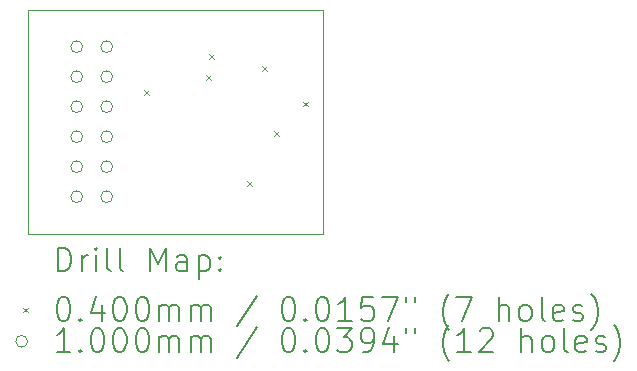
<source format=gbr>
%FSLAX45Y45*%
G04 Gerber Fmt 4.5, Leading zero omitted, Abs format (unit mm)*
G04 Created by KiCad (PCBNEW (6.0.5)) date 2024-07-06 21:04:16*
%MOMM*%
%LPD*%
G01*
G04 APERTURE LIST*
%TA.AperFunction,Profile*%
%ADD10C,0.100000*%
%TD*%
%ADD11C,0.200000*%
%ADD12C,0.040000*%
%ADD13C,0.100000*%
G04 APERTURE END LIST*
D10*
X13800000Y-9150000D02*
X16300000Y-9150000D01*
X16300000Y-9150000D02*
X16300000Y-11050000D01*
X16300000Y-11050000D02*
X13800000Y-11050000D01*
X13800000Y-11050000D02*
X13800000Y-9150000D01*
D11*
D12*
X14780000Y-9830000D02*
X14820000Y-9870000D01*
X14820000Y-9830000D02*
X14780000Y-9870000D01*
X15305000Y-9705000D02*
X15345000Y-9745000D01*
X15345000Y-9705000D02*
X15305000Y-9745000D01*
X15330000Y-9530000D02*
X15370000Y-9570000D01*
X15370000Y-9530000D02*
X15330000Y-9570000D01*
X15655000Y-10605000D02*
X15695000Y-10645000D01*
X15695000Y-10605000D02*
X15655000Y-10645000D01*
X15780000Y-9630000D02*
X15820000Y-9670000D01*
X15820000Y-9630000D02*
X15780000Y-9670000D01*
X15880000Y-10180000D02*
X15920000Y-10220000D01*
X15920000Y-10180000D02*
X15880000Y-10220000D01*
X16130000Y-9930000D02*
X16170000Y-9970000D01*
X16170000Y-9930000D02*
X16130000Y-9970000D01*
D13*
X14261000Y-9465000D02*
G75*
G03*
X14261000Y-9465000I-50000J0D01*
G01*
X14261000Y-9719000D02*
G75*
G03*
X14261000Y-9719000I-50000J0D01*
G01*
X14261000Y-9973000D02*
G75*
G03*
X14261000Y-9973000I-50000J0D01*
G01*
X14261000Y-10227000D02*
G75*
G03*
X14261000Y-10227000I-50000J0D01*
G01*
X14261000Y-10481000D02*
G75*
G03*
X14261000Y-10481000I-50000J0D01*
G01*
X14261000Y-10735000D02*
G75*
G03*
X14261000Y-10735000I-50000J0D01*
G01*
X14515000Y-9465000D02*
G75*
G03*
X14515000Y-9465000I-50000J0D01*
G01*
X14515000Y-9719000D02*
G75*
G03*
X14515000Y-9719000I-50000J0D01*
G01*
X14515000Y-9973000D02*
G75*
G03*
X14515000Y-9973000I-50000J0D01*
G01*
X14515000Y-10227000D02*
G75*
G03*
X14515000Y-10227000I-50000J0D01*
G01*
X14515000Y-10481000D02*
G75*
G03*
X14515000Y-10481000I-50000J0D01*
G01*
X14515000Y-10735000D02*
G75*
G03*
X14515000Y-10735000I-50000J0D01*
G01*
D11*
X14052619Y-11365476D02*
X14052619Y-11165476D01*
X14100238Y-11165476D01*
X14128809Y-11175000D01*
X14147857Y-11194048D01*
X14157381Y-11213095D01*
X14166905Y-11251190D01*
X14166905Y-11279762D01*
X14157381Y-11317857D01*
X14147857Y-11336905D01*
X14128809Y-11355952D01*
X14100238Y-11365476D01*
X14052619Y-11365476D01*
X14252619Y-11365476D02*
X14252619Y-11232143D01*
X14252619Y-11270238D02*
X14262143Y-11251190D01*
X14271667Y-11241667D01*
X14290714Y-11232143D01*
X14309762Y-11232143D01*
X14376428Y-11365476D02*
X14376428Y-11232143D01*
X14376428Y-11165476D02*
X14366905Y-11175000D01*
X14376428Y-11184524D01*
X14385952Y-11175000D01*
X14376428Y-11165476D01*
X14376428Y-11184524D01*
X14500238Y-11365476D02*
X14481190Y-11355952D01*
X14471667Y-11336905D01*
X14471667Y-11165476D01*
X14605000Y-11365476D02*
X14585952Y-11355952D01*
X14576428Y-11336905D01*
X14576428Y-11165476D01*
X14833571Y-11365476D02*
X14833571Y-11165476D01*
X14900238Y-11308333D01*
X14966905Y-11165476D01*
X14966905Y-11365476D01*
X15147857Y-11365476D02*
X15147857Y-11260714D01*
X15138333Y-11241667D01*
X15119286Y-11232143D01*
X15081190Y-11232143D01*
X15062143Y-11241667D01*
X15147857Y-11355952D02*
X15128809Y-11365476D01*
X15081190Y-11365476D01*
X15062143Y-11355952D01*
X15052619Y-11336905D01*
X15052619Y-11317857D01*
X15062143Y-11298809D01*
X15081190Y-11289286D01*
X15128809Y-11289286D01*
X15147857Y-11279762D01*
X15243095Y-11232143D02*
X15243095Y-11432143D01*
X15243095Y-11241667D02*
X15262143Y-11232143D01*
X15300238Y-11232143D01*
X15319286Y-11241667D01*
X15328809Y-11251190D01*
X15338333Y-11270238D01*
X15338333Y-11327381D01*
X15328809Y-11346428D01*
X15319286Y-11355952D01*
X15300238Y-11365476D01*
X15262143Y-11365476D01*
X15243095Y-11355952D01*
X15424048Y-11346428D02*
X15433571Y-11355952D01*
X15424048Y-11365476D01*
X15414524Y-11355952D01*
X15424048Y-11346428D01*
X15424048Y-11365476D01*
X15424048Y-11241667D02*
X15433571Y-11251190D01*
X15424048Y-11260714D01*
X15414524Y-11251190D01*
X15424048Y-11241667D01*
X15424048Y-11260714D01*
D12*
X13755000Y-11675000D02*
X13795000Y-11715000D01*
X13795000Y-11675000D02*
X13755000Y-11715000D01*
D11*
X14090714Y-11585476D02*
X14109762Y-11585476D01*
X14128809Y-11595000D01*
X14138333Y-11604524D01*
X14147857Y-11623571D01*
X14157381Y-11661667D01*
X14157381Y-11709286D01*
X14147857Y-11747381D01*
X14138333Y-11766428D01*
X14128809Y-11775952D01*
X14109762Y-11785476D01*
X14090714Y-11785476D01*
X14071667Y-11775952D01*
X14062143Y-11766428D01*
X14052619Y-11747381D01*
X14043095Y-11709286D01*
X14043095Y-11661667D01*
X14052619Y-11623571D01*
X14062143Y-11604524D01*
X14071667Y-11595000D01*
X14090714Y-11585476D01*
X14243095Y-11766428D02*
X14252619Y-11775952D01*
X14243095Y-11785476D01*
X14233571Y-11775952D01*
X14243095Y-11766428D01*
X14243095Y-11785476D01*
X14424048Y-11652143D02*
X14424048Y-11785476D01*
X14376428Y-11575952D02*
X14328809Y-11718809D01*
X14452619Y-11718809D01*
X14566905Y-11585476D02*
X14585952Y-11585476D01*
X14605000Y-11595000D01*
X14614524Y-11604524D01*
X14624048Y-11623571D01*
X14633571Y-11661667D01*
X14633571Y-11709286D01*
X14624048Y-11747381D01*
X14614524Y-11766428D01*
X14605000Y-11775952D01*
X14585952Y-11785476D01*
X14566905Y-11785476D01*
X14547857Y-11775952D01*
X14538333Y-11766428D01*
X14528809Y-11747381D01*
X14519286Y-11709286D01*
X14519286Y-11661667D01*
X14528809Y-11623571D01*
X14538333Y-11604524D01*
X14547857Y-11595000D01*
X14566905Y-11585476D01*
X14757381Y-11585476D02*
X14776428Y-11585476D01*
X14795476Y-11595000D01*
X14805000Y-11604524D01*
X14814524Y-11623571D01*
X14824048Y-11661667D01*
X14824048Y-11709286D01*
X14814524Y-11747381D01*
X14805000Y-11766428D01*
X14795476Y-11775952D01*
X14776428Y-11785476D01*
X14757381Y-11785476D01*
X14738333Y-11775952D01*
X14728809Y-11766428D01*
X14719286Y-11747381D01*
X14709762Y-11709286D01*
X14709762Y-11661667D01*
X14719286Y-11623571D01*
X14728809Y-11604524D01*
X14738333Y-11595000D01*
X14757381Y-11585476D01*
X14909762Y-11785476D02*
X14909762Y-11652143D01*
X14909762Y-11671190D02*
X14919286Y-11661667D01*
X14938333Y-11652143D01*
X14966905Y-11652143D01*
X14985952Y-11661667D01*
X14995476Y-11680714D01*
X14995476Y-11785476D01*
X14995476Y-11680714D02*
X15005000Y-11661667D01*
X15024048Y-11652143D01*
X15052619Y-11652143D01*
X15071667Y-11661667D01*
X15081190Y-11680714D01*
X15081190Y-11785476D01*
X15176428Y-11785476D02*
X15176428Y-11652143D01*
X15176428Y-11671190D02*
X15185952Y-11661667D01*
X15205000Y-11652143D01*
X15233571Y-11652143D01*
X15252619Y-11661667D01*
X15262143Y-11680714D01*
X15262143Y-11785476D01*
X15262143Y-11680714D02*
X15271667Y-11661667D01*
X15290714Y-11652143D01*
X15319286Y-11652143D01*
X15338333Y-11661667D01*
X15347857Y-11680714D01*
X15347857Y-11785476D01*
X15738333Y-11575952D02*
X15566905Y-11833095D01*
X15995476Y-11585476D02*
X16014524Y-11585476D01*
X16033571Y-11595000D01*
X16043095Y-11604524D01*
X16052619Y-11623571D01*
X16062143Y-11661667D01*
X16062143Y-11709286D01*
X16052619Y-11747381D01*
X16043095Y-11766428D01*
X16033571Y-11775952D01*
X16014524Y-11785476D01*
X15995476Y-11785476D01*
X15976428Y-11775952D01*
X15966905Y-11766428D01*
X15957381Y-11747381D01*
X15947857Y-11709286D01*
X15947857Y-11661667D01*
X15957381Y-11623571D01*
X15966905Y-11604524D01*
X15976428Y-11595000D01*
X15995476Y-11585476D01*
X16147857Y-11766428D02*
X16157381Y-11775952D01*
X16147857Y-11785476D01*
X16138333Y-11775952D01*
X16147857Y-11766428D01*
X16147857Y-11785476D01*
X16281190Y-11585476D02*
X16300238Y-11585476D01*
X16319286Y-11595000D01*
X16328809Y-11604524D01*
X16338333Y-11623571D01*
X16347857Y-11661667D01*
X16347857Y-11709286D01*
X16338333Y-11747381D01*
X16328809Y-11766428D01*
X16319286Y-11775952D01*
X16300238Y-11785476D01*
X16281190Y-11785476D01*
X16262143Y-11775952D01*
X16252619Y-11766428D01*
X16243095Y-11747381D01*
X16233571Y-11709286D01*
X16233571Y-11661667D01*
X16243095Y-11623571D01*
X16252619Y-11604524D01*
X16262143Y-11595000D01*
X16281190Y-11585476D01*
X16538333Y-11785476D02*
X16424048Y-11785476D01*
X16481190Y-11785476D02*
X16481190Y-11585476D01*
X16462143Y-11614048D01*
X16443095Y-11633095D01*
X16424048Y-11642619D01*
X16719286Y-11585476D02*
X16624048Y-11585476D01*
X16614524Y-11680714D01*
X16624048Y-11671190D01*
X16643095Y-11661667D01*
X16690714Y-11661667D01*
X16709762Y-11671190D01*
X16719286Y-11680714D01*
X16728809Y-11699762D01*
X16728809Y-11747381D01*
X16719286Y-11766428D01*
X16709762Y-11775952D01*
X16690714Y-11785476D01*
X16643095Y-11785476D01*
X16624048Y-11775952D01*
X16614524Y-11766428D01*
X16795476Y-11585476D02*
X16928810Y-11585476D01*
X16843095Y-11785476D01*
X16995476Y-11585476D02*
X16995476Y-11623571D01*
X17071667Y-11585476D02*
X17071667Y-11623571D01*
X17366905Y-11861667D02*
X17357381Y-11852143D01*
X17338333Y-11823571D01*
X17328810Y-11804524D01*
X17319286Y-11775952D01*
X17309762Y-11728333D01*
X17309762Y-11690238D01*
X17319286Y-11642619D01*
X17328810Y-11614048D01*
X17338333Y-11595000D01*
X17357381Y-11566428D01*
X17366905Y-11556905D01*
X17424048Y-11585476D02*
X17557381Y-11585476D01*
X17471667Y-11785476D01*
X17785952Y-11785476D02*
X17785952Y-11585476D01*
X17871667Y-11785476D02*
X17871667Y-11680714D01*
X17862143Y-11661667D01*
X17843095Y-11652143D01*
X17814524Y-11652143D01*
X17795476Y-11661667D01*
X17785952Y-11671190D01*
X17995476Y-11785476D02*
X17976429Y-11775952D01*
X17966905Y-11766428D01*
X17957381Y-11747381D01*
X17957381Y-11690238D01*
X17966905Y-11671190D01*
X17976429Y-11661667D01*
X17995476Y-11652143D01*
X18024048Y-11652143D01*
X18043095Y-11661667D01*
X18052619Y-11671190D01*
X18062143Y-11690238D01*
X18062143Y-11747381D01*
X18052619Y-11766428D01*
X18043095Y-11775952D01*
X18024048Y-11785476D01*
X17995476Y-11785476D01*
X18176429Y-11785476D02*
X18157381Y-11775952D01*
X18147857Y-11756905D01*
X18147857Y-11585476D01*
X18328810Y-11775952D02*
X18309762Y-11785476D01*
X18271667Y-11785476D01*
X18252619Y-11775952D01*
X18243095Y-11756905D01*
X18243095Y-11680714D01*
X18252619Y-11661667D01*
X18271667Y-11652143D01*
X18309762Y-11652143D01*
X18328810Y-11661667D01*
X18338333Y-11680714D01*
X18338333Y-11699762D01*
X18243095Y-11718809D01*
X18414524Y-11775952D02*
X18433571Y-11785476D01*
X18471667Y-11785476D01*
X18490714Y-11775952D01*
X18500238Y-11756905D01*
X18500238Y-11747381D01*
X18490714Y-11728333D01*
X18471667Y-11718809D01*
X18443095Y-11718809D01*
X18424048Y-11709286D01*
X18414524Y-11690238D01*
X18414524Y-11680714D01*
X18424048Y-11661667D01*
X18443095Y-11652143D01*
X18471667Y-11652143D01*
X18490714Y-11661667D01*
X18566905Y-11861667D02*
X18576429Y-11852143D01*
X18595476Y-11823571D01*
X18605000Y-11804524D01*
X18614524Y-11775952D01*
X18624048Y-11728333D01*
X18624048Y-11690238D01*
X18614524Y-11642619D01*
X18605000Y-11614048D01*
X18595476Y-11595000D01*
X18576429Y-11566428D01*
X18566905Y-11556905D01*
D13*
X13795000Y-11959000D02*
G75*
G03*
X13795000Y-11959000I-50000J0D01*
G01*
D11*
X14157381Y-12049476D02*
X14043095Y-12049476D01*
X14100238Y-12049476D02*
X14100238Y-11849476D01*
X14081190Y-11878048D01*
X14062143Y-11897095D01*
X14043095Y-11906619D01*
X14243095Y-12030428D02*
X14252619Y-12039952D01*
X14243095Y-12049476D01*
X14233571Y-12039952D01*
X14243095Y-12030428D01*
X14243095Y-12049476D01*
X14376428Y-11849476D02*
X14395476Y-11849476D01*
X14414524Y-11859000D01*
X14424048Y-11868524D01*
X14433571Y-11887571D01*
X14443095Y-11925667D01*
X14443095Y-11973286D01*
X14433571Y-12011381D01*
X14424048Y-12030428D01*
X14414524Y-12039952D01*
X14395476Y-12049476D01*
X14376428Y-12049476D01*
X14357381Y-12039952D01*
X14347857Y-12030428D01*
X14338333Y-12011381D01*
X14328809Y-11973286D01*
X14328809Y-11925667D01*
X14338333Y-11887571D01*
X14347857Y-11868524D01*
X14357381Y-11859000D01*
X14376428Y-11849476D01*
X14566905Y-11849476D02*
X14585952Y-11849476D01*
X14605000Y-11859000D01*
X14614524Y-11868524D01*
X14624048Y-11887571D01*
X14633571Y-11925667D01*
X14633571Y-11973286D01*
X14624048Y-12011381D01*
X14614524Y-12030428D01*
X14605000Y-12039952D01*
X14585952Y-12049476D01*
X14566905Y-12049476D01*
X14547857Y-12039952D01*
X14538333Y-12030428D01*
X14528809Y-12011381D01*
X14519286Y-11973286D01*
X14519286Y-11925667D01*
X14528809Y-11887571D01*
X14538333Y-11868524D01*
X14547857Y-11859000D01*
X14566905Y-11849476D01*
X14757381Y-11849476D02*
X14776428Y-11849476D01*
X14795476Y-11859000D01*
X14805000Y-11868524D01*
X14814524Y-11887571D01*
X14824048Y-11925667D01*
X14824048Y-11973286D01*
X14814524Y-12011381D01*
X14805000Y-12030428D01*
X14795476Y-12039952D01*
X14776428Y-12049476D01*
X14757381Y-12049476D01*
X14738333Y-12039952D01*
X14728809Y-12030428D01*
X14719286Y-12011381D01*
X14709762Y-11973286D01*
X14709762Y-11925667D01*
X14719286Y-11887571D01*
X14728809Y-11868524D01*
X14738333Y-11859000D01*
X14757381Y-11849476D01*
X14909762Y-12049476D02*
X14909762Y-11916143D01*
X14909762Y-11935190D02*
X14919286Y-11925667D01*
X14938333Y-11916143D01*
X14966905Y-11916143D01*
X14985952Y-11925667D01*
X14995476Y-11944714D01*
X14995476Y-12049476D01*
X14995476Y-11944714D02*
X15005000Y-11925667D01*
X15024048Y-11916143D01*
X15052619Y-11916143D01*
X15071667Y-11925667D01*
X15081190Y-11944714D01*
X15081190Y-12049476D01*
X15176428Y-12049476D02*
X15176428Y-11916143D01*
X15176428Y-11935190D02*
X15185952Y-11925667D01*
X15205000Y-11916143D01*
X15233571Y-11916143D01*
X15252619Y-11925667D01*
X15262143Y-11944714D01*
X15262143Y-12049476D01*
X15262143Y-11944714D02*
X15271667Y-11925667D01*
X15290714Y-11916143D01*
X15319286Y-11916143D01*
X15338333Y-11925667D01*
X15347857Y-11944714D01*
X15347857Y-12049476D01*
X15738333Y-11839952D02*
X15566905Y-12097095D01*
X15995476Y-11849476D02*
X16014524Y-11849476D01*
X16033571Y-11859000D01*
X16043095Y-11868524D01*
X16052619Y-11887571D01*
X16062143Y-11925667D01*
X16062143Y-11973286D01*
X16052619Y-12011381D01*
X16043095Y-12030428D01*
X16033571Y-12039952D01*
X16014524Y-12049476D01*
X15995476Y-12049476D01*
X15976428Y-12039952D01*
X15966905Y-12030428D01*
X15957381Y-12011381D01*
X15947857Y-11973286D01*
X15947857Y-11925667D01*
X15957381Y-11887571D01*
X15966905Y-11868524D01*
X15976428Y-11859000D01*
X15995476Y-11849476D01*
X16147857Y-12030428D02*
X16157381Y-12039952D01*
X16147857Y-12049476D01*
X16138333Y-12039952D01*
X16147857Y-12030428D01*
X16147857Y-12049476D01*
X16281190Y-11849476D02*
X16300238Y-11849476D01*
X16319286Y-11859000D01*
X16328809Y-11868524D01*
X16338333Y-11887571D01*
X16347857Y-11925667D01*
X16347857Y-11973286D01*
X16338333Y-12011381D01*
X16328809Y-12030428D01*
X16319286Y-12039952D01*
X16300238Y-12049476D01*
X16281190Y-12049476D01*
X16262143Y-12039952D01*
X16252619Y-12030428D01*
X16243095Y-12011381D01*
X16233571Y-11973286D01*
X16233571Y-11925667D01*
X16243095Y-11887571D01*
X16252619Y-11868524D01*
X16262143Y-11859000D01*
X16281190Y-11849476D01*
X16414524Y-11849476D02*
X16538333Y-11849476D01*
X16471667Y-11925667D01*
X16500238Y-11925667D01*
X16519286Y-11935190D01*
X16528809Y-11944714D01*
X16538333Y-11963762D01*
X16538333Y-12011381D01*
X16528809Y-12030428D01*
X16519286Y-12039952D01*
X16500238Y-12049476D01*
X16443095Y-12049476D01*
X16424048Y-12039952D01*
X16414524Y-12030428D01*
X16633571Y-12049476D02*
X16671667Y-12049476D01*
X16690714Y-12039952D01*
X16700238Y-12030428D01*
X16719286Y-12001857D01*
X16728809Y-11963762D01*
X16728809Y-11887571D01*
X16719286Y-11868524D01*
X16709762Y-11859000D01*
X16690714Y-11849476D01*
X16652619Y-11849476D01*
X16633571Y-11859000D01*
X16624048Y-11868524D01*
X16614524Y-11887571D01*
X16614524Y-11935190D01*
X16624048Y-11954238D01*
X16633571Y-11963762D01*
X16652619Y-11973286D01*
X16690714Y-11973286D01*
X16709762Y-11963762D01*
X16719286Y-11954238D01*
X16728809Y-11935190D01*
X16900238Y-11916143D02*
X16900238Y-12049476D01*
X16852619Y-11839952D02*
X16805000Y-11982809D01*
X16928810Y-11982809D01*
X16995476Y-11849476D02*
X16995476Y-11887571D01*
X17071667Y-11849476D02*
X17071667Y-11887571D01*
X17366905Y-12125667D02*
X17357381Y-12116143D01*
X17338333Y-12087571D01*
X17328810Y-12068524D01*
X17319286Y-12039952D01*
X17309762Y-11992333D01*
X17309762Y-11954238D01*
X17319286Y-11906619D01*
X17328810Y-11878048D01*
X17338333Y-11859000D01*
X17357381Y-11830428D01*
X17366905Y-11820905D01*
X17547857Y-12049476D02*
X17433571Y-12049476D01*
X17490714Y-12049476D02*
X17490714Y-11849476D01*
X17471667Y-11878048D01*
X17452619Y-11897095D01*
X17433571Y-11906619D01*
X17624048Y-11868524D02*
X17633571Y-11859000D01*
X17652619Y-11849476D01*
X17700238Y-11849476D01*
X17719286Y-11859000D01*
X17728810Y-11868524D01*
X17738333Y-11887571D01*
X17738333Y-11906619D01*
X17728810Y-11935190D01*
X17614524Y-12049476D01*
X17738333Y-12049476D01*
X17976429Y-12049476D02*
X17976429Y-11849476D01*
X18062143Y-12049476D02*
X18062143Y-11944714D01*
X18052619Y-11925667D01*
X18033571Y-11916143D01*
X18005000Y-11916143D01*
X17985952Y-11925667D01*
X17976429Y-11935190D01*
X18185952Y-12049476D02*
X18166905Y-12039952D01*
X18157381Y-12030428D01*
X18147857Y-12011381D01*
X18147857Y-11954238D01*
X18157381Y-11935190D01*
X18166905Y-11925667D01*
X18185952Y-11916143D01*
X18214524Y-11916143D01*
X18233571Y-11925667D01*
X18243095Y-11935190D01*
X18252619Y-11954238D01*
X18252619Y-12011381D01*
X18243095Y-12030428D01*
X18233571Y-12039952D01*
X18214524Y-12049476D01*
X18185952Y-12049476D01*
X18366905Y-12049476D02*
X18347857Y-12039952D01*
X18338333Y-12020905D01*
X18338333Y-11849476D01*
X18519286Y-12039952D02*
X18500238Y-12049476D01*
X18462143Y-12049476D01*
X18443095Y-12039952D01*
X18433571Y-12020905D01*
X18433571Y-11944714D01*
X18443095Y-11925667D01*
X18462143Y-11916143D01*
X18500238Y-11916143D01*
X18519286Y-11925667D01*
X18528810Y-11944714D01*
X18528810Y-11963762D01*
X18433571Y-11982809D01*
X18605000Y-12039952D02*
X18624048Y-12049476D01*
X18662143Y-12049476D01*
X18681190Y-12039952D01*
X18690714Y-12020905D01*
X18690714Y-12011381D01*
X18681190Y-11992333D01*
X18662143Y-11982809D01*
X18633571Y-11982809D01*
X18614524Y-11973286D01*
X18605000Y-11954238D01*
X18605000Y-11944714D01*
X18614524Y-11925667D01*
X18633571Y-11916143D01*
X18662143Y-11916143D01*
X18681190Y-11925667D01*
X18757381Y-12125667D02*
X18766905Y-12116143D01*
X18785952Y-12087571D01*
X18795476Y-12068524D01*
X18805000Y-12039952D01*
X18814524Y-11992333D01*
X18814524Y-11954238D01*
X18805000Y-11906619D01*
X18795476Y-11878048D01*
X18785952Y-11859000D01*
X18766905Y-11830428D01*
X18757381Y-11820905D01*
M02*

</source>
